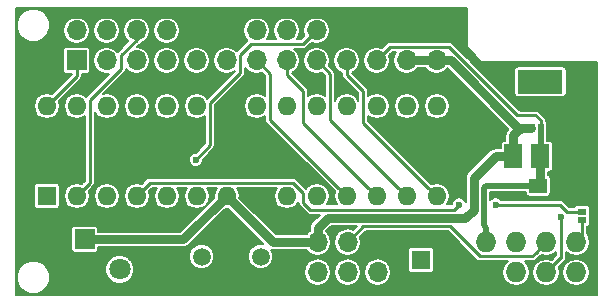
<source format=gbl>
G04 #@! TF.FileFunction,Copper,L2,Bot,Signal*
%FSLAX46Y46*%
G04 Gerber Fmt 4.6, Leading zero omitted, Abs format (unit mm)*
G04 Created by KiCad (PCBNEW 4.0.6) date 05/18/17 21:56:45*
%MOMM*%
%LPD*%
G01*
G04 APERTURE LIST*
%ADD10C,0.100000*%
%ADD11R,1.700000X1.700000*%
%ADD12O,1.700000X1.700000*%
%ADD13R,1.600000X1.600000*%
%ADD14O,1.600000X1.600000*%
%ADD15C,1.600000*%
%ADD16C,1.500000*%
%ADD17R,3.800000X2.000000*%
%ADD18R,1.500000X2.000000*%
%ADD19O,1.727200X1.727200*%
%ADD20R,1.727200X1.727200*%
%ADD21R,1.500000X1.250000*%
%ADD22R,1.800000X1.800000*%
%ADD23C,1.800000*%
%ADD24R,0.762000X0.508000*%
%ADD25R,0.508000X0.762000*%
%ADD26C,0.600000*%
%ADD27C,0.750000*%
%ADD28C,0.500000*%
%ADD29C,1.000000*%
%ADD30C,0.250000*%
%ADD31C,0.200000*%
G04 APERTURE END LIST*
D10*
D11*
X131000000Y-86200000D03*
D12*
X131000000Y-88740000D03*
X128460000Y-86200000D03*
X128460000Y-88740000D03*
X125920000Y-86200000D03*
X125920000Y-88740000D03*
D11*
X105520000Y-70800000D03*
D12*
X105520000Y-68260000D03*
X108060000Y-70800000D03*
X108060000Y-68260000D03*
X110600000Y-70800000D03*
X110600000Y-68260000D03*
X113140000Y-70800000D03*
X113140000Y-68260000D03*
X115680000Y-70800000D03*
X115680000Y-68260000D03*
X118220000Y-70800000D03*
X118220000Y-68260000D03*
X120760000Y-70800000D03*
X120760000Y-68260000D03*
X123300000Y-70800000D03*
X123300000Y-68260000D03*
X125840000Y-70800000D03*
X125840000Y-68260000D03*
X128380000Y-70800000D03*
X128380000Y-68260000D03*
X130920000Y-70800000D03*
X130920000Y-68260000D03*
X133460000Y-70800000D03*
X133460000Y-68260000D03*
X136000000Y-70800000D03*
X136000000Y-68260000D03*
D13*
X102980000Y-82296000D03*
D14*
X136000000Y-74676000D03*
X105520000Y-82296000D03*
X133460000Y-74676000D03*
X108060000Y-82296000D03*
X130920000Y-74676000D03*
X110600000Y-82296000D03*
X128380000Y-74676000D03*
X113140000Y-82296000D03*
X125840000Y-74676000D03*
X115680000Y-82296000D03*
X123300000Y-74676000D03*
X118220000Y-82296000D03*
X120760000Y-74676000D03*
X120760000Y-82296000D03*
X118220000Y-74676000D03*
X123300000Y-82296000D03*
X115680000Y-74676000D03*
X125840000Y-82296000D03*
X113140000Y-74676000D03*
X128380000Y-82296000D03*
X110600000Y-74676000D03*
X130920000Y-82296000D03*
X108060000Y-74676000D03*
X133460000Y-82296000D03*
X105520000Y-74676000D03*
X136000000Y-82296000D03*
X102980000Y-74676000D03*
D13*
X134700000Y-87700000D03*
D15*
X136700000Y-87700000D03*
D16*
X116100000Y-87400000D03*
X121100000Y-87400000D03*
D17*
X144800000Y-72600000D03*
D18*
X144800000Y-78900000D03*
X142500000Y-78900000D03*
X147100000Y-78900000D03*
D19*
X147840000Y-88740000D03*
X147840000Y-86200000D03*
X145300000Y-88740000D03*
X145300000Y-86200000D03*
X142760000Y-88740000D03*
X142760000Y-86200000D03*
D20*
X140220000Y-88740000D03*
D19*
X140220000Y-86200000D03*
D21*
X144600000Y-81400000D03*
X147100000Y-81400000D03*
D22*
X111700000Y-88500000D03*
D23*
X109160000Y-88500000D03*
D24*
X148300000Y-84311200D03*
X148300000Y-83600000D03*
D25*
X144100000Y-76500000D03*
X144811200Y-76500000D03*
D11*
X106200000Y-85960000D03*
D12*
X106200000Y-88500000D03*
D26*
X122300000Y-79200001D03*
X141000000Y-83000000D03*
X137900000Y-83000000D03*
X146549990Y-84049990D03*
X115600000Y-79200000D03*
D27*
X136000000Y-68260000D02*
X136684999Y-68260000D01*
X136684999Y-68260000D02*
X143124989Y-74699990D01*
X143124989Y-74699990D02*
X144686952Y-74699990D01*
X144686952Y-74699990D02*
X147100000Y-77113038D01*
X147100000Y-77113038D02*
X147100000Y-77150000D01*
X147100000Y-77150000D02*
X147100000Y-78900000D01*
X147100000Y-78900000D02*
X147100000Y-81400000D01*
D28*
X118220000Y-74676000D02*
X122300000Y-78756000D01*
X122300000Y-78756000D02*
X122300000Y-79200001D01*
D27*
X106200000Y-88500000D02*
X102104999Y-84404999D01*
X102104999Y-84404999D02*
X101604999Y-84404999D01*
X104835999Y-66834999D02*
X103700000Y-67970998D01*
X114254999Y-66834999D02*
X104835999Y-66834999D01*
X115680000Y-68260000D02*
X114254999Y-66834999D01*
X103700000Y-67970998D02*
X103700000Y-71900000D01*
X101604999Y-73995001D02*
X101604999Y-84404999D01*
X103700000Y-71900000D02*
X101604999Y-73995001D01*
X118220000Y-68260000D02*
X115680000Y-68260000D01*
X128380000Y-68260000D02*
X126954999Y-66834999D01*
X126954999Y-66834999D02*
X119645001Y-66834999D01*
X119645001Y-66834999D02*
X119069999Y-67410001D01*
X119069999Y-67410001D02*
X118220000Y-68260000D01*
X130920000Y-68260000D02*
X128380000Y-68260000D01*
X133460000Y-68260000D02*
X130920000Y-68260000D01*
X136000000Y-68260000D02*
X133460000Y-68260000D01*
X133200000Y-90165001D02*
X115015001Y-90165001D01*
X115015001Y-90165001D02*
X113350000Y-88500000D01*
X113350000Y-88500000D02*
X111700000Y-88500000D01*
X111700000Y-88500000D02*
X111343002Y-88500000D01*
X111343002Y-88500000D02*
X109868001Y-89975001D01*
X109868001Y-89975001D02*
X107675001Y-89975001D01*
X107675001Y-89975001D02*
X107049999Y-89349999D01*
X107049999Y-89349999D02*
X106200000Y-88500000D01*
X135366369Y-90165001D02*
X133200000Y-90165001D01*
X131000000Y-86200000D02*
X132600000Y-86200000D01*
X132600000Y-86200000D02*
X133200000Y-86800000D01*
X133200000Y-86800000D02*
X133200000Y-90165001D01*
X136700000Y-87700000D02*
X136700000Y-88831370D01*
X136700000Y-88831370D02*
X135366369Y-90165001D01*
X147100000Y-81400000D02*
X148600000Y-81400000D01*
X148600000Y-81400000D02*
X149278601Y-82078601D01*
X149278601Y-82078601D02*
X149278601Y-89430529D01*
X149278601Y-89430529D02*
X148530529Y-90178601D01*
X148530529Y-90178601D02*
X141658601Y-90178601D01*
X141658601Y-90178601D02*
X140220000Y-88740000D01*
D29*
X136700000Y-87700000D02*
X137740000Y-88740000D01*
X137740000Y-88740000D02*
X140220000Y-88740000D01*
D30*
X115680000Y-68260000D02*
X114879002Y-68260000D01*
X118220000Y-68260000D02*
X119020998Y-68260000D01*
X130920000Y-70800000D02*
X132020000Y-69700000D01*
X132095001Y-69624999D02*
X132020000Y-69700000D01*
X144811200Y-76500000D02*
X144811200Y-75869000D01*
X144811200Y-75869000D02*
X144342200Y-75400000D01*
X144342200Y-75400000D02*
X142792043Y-75400000D01*
X142792043Y-75400000D02*
X137017042Y-69624999D01*
X137017042Y-69624999D02*
X132095001Y-69624999D01*
D28*
X144811200Y-76500000D02*
X144811200Y-78888800D01*
X144811200Y-78888800D02*
X144800000Y-78900000D01*
X140220000Y-86200000D02*
X140220000Y-84978686D01*
X140220000Y-84978686D02*
X139975010Y-84733696D01*
X139975010Y-84733696D02*
X139975010Y-81600000D01*
X139975010Y-81600000D02*
X140175010Y-81400000D01*
X140175010Y-81400000D02*
X144600000Y-81400000D01*
D27*
X144800000Y-78900000D02*
X144800000Y-81200000D01*
X144800000Y-81200000D02*
X144600000Y-81400000D01*
X144800000Y-78900000D02*
X144932201Y-78767799D01*
D30*
X144800000Y-76511200D02*
X144811200Y-76500000D01*
X144600000Y-81820000D02*
X144600000Y-81400000D01*
D27*
X136000000Y-70800000D02*
X137202081Y-70800000D01*
X137202081Y-70800000D02*
X142902081Y-76500000D01*
X142902081Y-76500000D02*
X143150000Y-76500000D01*
X133460000Y-70800000D02*
X136000000Y-70800000D01*
X142500000Y-78900000D02*
X142500000Y-77150000D01*
X142500000Y-77150000D02*
X143150000Y-76500000D01*
X143150000Y-76500000D02*
X143978999Y-76500000D01*
X138450000Y-84150000D02*
X139150000Y-83450000D01*
X139150000Y-83450000D02*
X139150000Y-80750000D01*
X139150000Y-80750000D02*
X141000000Y-78900000D01*
X141000000Y-78900000D02*
X142500000Y-78900000D01*
X125920000Y-86200000D02*
X125920000Y-84997919D01*
X125920000Y-84997919D02*
X126767919Y-84150000D01*
X126767919Y-84150000D02*
X138450000Y-84150000D01*
X125920000Y-86200000D02*
X122124000Y-86200000D01*
X122124000Y-86200000D02*
X118220000Y-82296000D01*
X118220000Y-82296000D02*
X114556000Y-85960000D01*
X114556000Y-85960000D02*
X106200000Y-85960000D01*
D30*
X144100000Y-76373000D02*
X144100000Y-76500000D01*
X125680000Y-85960000D02*
X125920000Y-86200000D01*
X146425002Y-83000000D02*
X141000000Y-83000000D01*
X148300000Y-83600000D02*
X147025002Y-83600000D01*
X147025002Y-83600000D02*
X146425002Y-83000000D01*
X137478999Y-83421001D02*
X137900000Y-83000000D01*
X110600000Y-82296000D02*
X111725001Y-81170999D01*
X111725001Y-81170999D02*
X123840001Y-81170999D01*
X123840001Y-81170999D02*
X124714999Y-82045997D01*
X124714999Y-82836001D02*
X125299999Y-83421001D01*
X124714999Y-82045997D02*
X124714999Y-82836001D01*
X125299999Y-83421001D02*
X137478999Y-83421001D01*
X148300000Y-83600000D02*
X148173000Y-83600000D01*
X109300000Y-71500000D02*
X106645001Y-74154999D01*
X106645001Y-74154999D02*
X106645001Y-81170999D01*
X106319999Y-81496001D02*
X105520000Y-82296000D01*
X106645001Y-81170999D02*
X106319999Y-81496001D01*
X109300000Y-70360998D02*
X109300000Y-71500000D01*
X110600000Y-68260000D02*
X110600000Y-69060998D01*
X110600000Y-69060998D02*
X109300000Y-70360998D01*
X146549990Y-84049990D02*
X146549990Y-87490010D01*
X146549990Y-87490010D02*
X146488601Y-87551399D01*
X145300000Y-88740000D02*
X146488601Y-87551399D01*
X128460000Y-86200000D02*
X129809990Y-84850010D01*
X129809990Y-84850010D02*
X137110880Y-84850010D01*
X137110880Y-84850010D02*
X139649471Y-87388601D01*
X139649471Y-87388601D02*
X144111399Y-87388601D01*
X144111399Y-87388601D02*
X144436401Y-87063599D01*
X144436401Y-87063599D02*
X145300000Y-86200000D01*
D27*
X109160000Y-88500000D02*
X109260000Y-88600000D01*
D30*
X120760000Y-70800000D02*
X121885001Y-71925001D01*
X121885001Y-71925001D02*
X121885001Y-75801001D01*
X121885001Y-75801001D02*
X127580001Y-81496001D01*
X127580001Y-81496001D02*
X128380000Y-82296000D01*
X147840000Y-86200000D02*
X147840000Y-86360000D01*
X148300000Y-84311200D02*
X148300000Y-85740000D01*
X148300000Y-85740000D02*
X147840000Y-86200000D01*
X116805001Y-76394999D02*
X116805001Y-77994999D01*
X116805001Y-77994999D02*
X115600000Y-79200000D01*
X125840000Y-68260000D02*
X124664999Y-69435001D01*
X124664999Y-69435001D02*
X120264999Y-69435001D01*
X120264999Y-69435001D02*
X119395001Y-70304999D01*
X119395001Y-70304999D02*
X119395001Y-71835997D01*
X119395001Y-71835997D02*
X116805001Y-74425997D01*
X116805001Y-74425997D02*
X116805001Y-76394999D01*
X123300000Y-70800000D02*
X123300000Y-72002081D01*
X123300000Y-72002081D02*
X124714999Y-73417080D01*
X124714999Y-73417080D02*
X124714999Y-76090999D01*
X124714999Y-76090999D02*
X130120001Y-81496001D01*
X130120001Y-81496001D02*
X130920000Y-82296000D01*
X125840000Y-70800000D02*
X126965001Y-71925001D01*
X132660001Y-81496001D02*
X133460000Y-82296000D01*
X126965001Y-75801001D02*
X132660001Y-81496001D01*
X126965001Y-71925001D02*
X126965001Y-75801001D01*
X102980000Y-74676000D02*
X105520000Y-72136000D01*
X105520000Y-72136000D02*
X105520000Y-70800000D01*
X128380000Y-70800000D02*
X128380000Y-72002081D01*
X128380000Y-72002081D02*
X129794999Y-73417080D01*
X129794999Y-73417080D02*
X129794999Y-76090999D01*
X129794999Y-76090999D02*
X135200001Y-81496001D01*
X135200001Y-81496001D02*
X136000000Y-82296000D01*
D31*
G36*
X138600000Y-70606917D02*
X137317562Y-69324479D01*
X137179683Y-69232350D01*
X137152699Y-69226983D01*
X137017042Y-69199999D01*
X132095001Y-69199999D01*
X131932361Y-69232350D01*
X131932359Y-69232351D01*
X131932360Y-69232351D01*
X131794480Y-69324479D01*
X131719480Y-69399480D01*
X131386381Y-69732579D01*
X131360086Y-69715009D01*
X130920000Y-69627470D01*
X130479914Y-69715009D01*
X130106827Y-69964297D01*
X129857539Y-70337384D01*
X129770000Y-70777470D01*
X129770000Y-70822530D01*
X129857539Y-71262616D01*
X130106827Y-71635703D01*
X130479914Y-71884991D01*
X130920000Y-71972530D01*
X131360086Y-71884991D01*
X131733173Y-71635703D01*
X131982461Y-71262616D01*
X132070000Y-70822530D01*
X132070000Y-70777470D01*
X131982659Y-70338381D01*
X132271041Y-70049999D01*
X132589563Y-70049999D01*
X132397539Y-70337384D01*
X132310000Y-70777470D01*
X132310000Y-70822530D01*
X132397539Y-71262616D01*
X132646827Y-71635703D01*
X133019914Y-71884991D01*
X133460000Y-71972530D01*
X133900086Y-71884991D01*
X134273173Y-71635703D01*
X134380551Y-71475000D01*
X135079449Y-71475000D01*
X135186827Y-71635703D01*
X135559914Y-71884991D01*
X136000000Y-71972530D01*
X136440086Y-71884991D01*
X136813173Y-71635703D01*
X136920551Y-71475000D01*
X136922487Y-71475000D01*
X142071447Y-76623960D01*
X142022703Y-76672703D01*
X141876381Y-76891688D01*
X141856158Y-76993359D01*
X141825000Y-77150000D01*
X141825000Y-77594123D01*
X141750000Y-77594123D01*
X141638827Y-77615042D01*
X141536721Y-77680745D01*
X141468222Y-77780997D01*
X141444123Y-77900000D01*
X141444123Y-78225000D01*
X141000000Y-78225000D01*
X140741688Y-78276381D01*
X140522703Y-78422703D01*
X138672703Y-80272703D01*
X138526381Y-80491688D01*
X138512451Y-80561721D01*
X138475000Y-80750000D01*
X138475000Y-82820420D01*
X138408952Y-82660571D01*
X138240317Y-82491641D01*
X138019871Y-82400104D01*
X137781176Y-82399896D01*
X137560571Y-82491048D01*
X137391641Y-82659683D01*
X137300104Y-82880129D01*
X137300003Y-82996001D01*
X136844211Y-82996001D01*
X137016267Y-82738502D01*
X137100000Y-82317550D01*
X137100000Y-82274450D01*
X137016267Y-81853498D01*
X136777817Y-81496633D01*
X136420952Y-81258183D01*
X136000000Y-81174450D01*
X135579048Y-81258183D01*
X135569562Y-81264522D01*
X130219999Y-75914959D01*
X130219999Y-75527362D01*
X130499048Y-75713817D01*
X130920000Y-75797550D01*
X131340952Y-75713817D01*
X131697817Y-75475367D01*
X131936267Y-75118502D01*
X132020000Y-74697550D01*
X132020000Y-74654450D01*
X132360000Y-74654450D01*
X132360000Y-74697550D01*
X132443733Y-75118502D01*
X132682183Y-75475367D01*
X133039048Y-75713817D01*
X133460000Y-75797550D01*
X133880952Y-75713817D01*
X134237817Y-75475367D01*
X134476267Y-75118502D01*
X134560000Y-74697550D01*
X134560000Y-74654450D01*
X134900000Y-74654450D01*
X134900000Y-74697550D01*
X134983733Y-75118502D01*
X135222183Y-75475367D01*
X135579048Y-75713817D01*
X136000000Y-75797550D01*
X136420952Y-75713817D01*
X136777817Y-75475367D01*
X137016267Y-75118502D01*
X137100000Y-74697550D01*
X137100000Y-74654450D01*
X137016267Y-74233498D01*
X136777817Y-73876633D01*
X136420952Y-73638183D01*
X136000000Y-73554450D01*
X135579048Y-73638183D01*
X135222183Y-73876633D01*
X134983733Y-74233498D01*
X134900000Y-74654450D01*
X134560000Y-74654450D01*
X134476267Y-74233498D01*
X134237817Y-73876633D01*
X133880952Y-73638183D01*
X133460000Y-73554450D01*
X133039048Y-73638183D01*
X132682183Y-73876633D01*
X132443733Y-74233498D01*
X132360000Y-74654450D01*
X132020000Y-74654450D01*
X131936267Y-74233498D01*
X131697817Y-73876633D01*
X131340952Y-73638183D01*
X130920000Y-73554450D01*
X130499048Y-73638183D01*
X130219999Y-73824638D01*
X130219999Y-73417080D01*
X130187648Y-73254440D01*
X130187648Y-73254439D01*
X130095520Y-73116560D01*
X128846381Y-71867422D01*
X129193173Y-71635703D01*
X129442461Y-71262616D01*
X129530000Y-70822530D01*
X129530000Y-70777470D01*
X129442461Y-70337384D01*
X129193173Y-69964297D01*
X128820086Y-69715009D01*
X128380000Y-69627470D01*
X127939914Y-69715009D01*
X127566827Y-69964297D01*
X127317539Y-70337384D01*
X127230000Y-70777470D01*
X127230000Y-70822530D01*
X127317539Y-71262616D01*
X127566827Y-71635703D01*
X127939914Y-71884991D01*
X127955000Y-71887992D01*
X127955000Y-72002081D01*
X127972019Y-72087642D01*
X127987351Y-72164722D01*
X128079480Y-72302601D01*
X129369999Y-73593121D01*
X129369999Y-74194185D01*
X129157817Y-73876633D01*
X128800952Y-73638183D01*
X128380000Y-73554450D01*
X127959048Y-73638183D01*
X127602183Y-73876633D01*
X127390001Y-74194185D01*
X127390001Y-71925001D01*
X127382043Y-71884991D01*
X127357650Y-71762360D01*
X127265522Y-71624481D01*
X126902659Y-71261619D01*
X126990000Y-70822530D01*
X126990000Y-70777470D01*
X126902461Y-70337384D01*
X126653173Y-69964297D01*
X126280086Y-69715009D01*
X125840000Y-69627470D01*
X125399914Y-69715009D01*
X125026827Y-69964297D01*
X124777539Y-70337384D01*
X124690000Y-70777470D01*
X124690000Y-70822530D01*
X124777539Y-71262616D01*
X125026827Y-71635703D01*
X125399914Y-71884991D01*
X125840000Y-71972530D01*
X126280086Y-71884991D01*
X126306381Y-71867421D01*
X126540001Y-72101042D01*
X126540001Y-73824638D01*
X126260952Y-73638183D01*
X125840000Y-73554450D01*
X125419048Y-73638183D01*
X125139999Y-73824638D01*
X125139999Y-73417080D01*
X125107648Y-73254440D01*
X125107648Y-73254439D01*
X125015520Y-73116560D01*
X123766381Y-71867422D01*
X124113173Y-71635703D01*
X124362461Y-71262616D01*
X124450000Y-70822530D01*
X124450000Y-70777470D01*
X124362461Y-70337384D01*
X124113173Y-69964297D01*
X123957083Y-69860001D01*
X124664999Y-69860001D01*
X124800656Y-69833017D01*
X124827640Y-69827650D01*
X124965519Y-69735521D01*
X125373619Y-69327421D01*
X125399914Y-69344991D01*
X125840000Y-69432530D01*
X126280086Y-69344991D01*
X126653173Y-69095703D01*
X126902461Y-68722616D01*
X126990000Y-68282530D01*
X126990000Y-68237470D01*
X126902461Y-67797384D01*
X126653173Y-67424297D01*
X126280086Y-67175009D01*
X125840000Y-67087470D01*
X125399914Y-67175009D01*
X125026827Y-67424297D01*
X124777539Y-67797384D01*
X124690000Y-68237470D01*
X124690000Y-68282530D01*
X124777341Y-68721619D01*
X124488959Y-69010001D01*
X124170437Y-69010001D01*
X124362461Y-68722616D01*
X124450000Y-68282530D01*
X124450000Y-68237470D01*
X124362461Y-67797384D01*
X124113173Y-67424297D01*
X123740086Y-67175009D01*
X123300000Y-67087470D01*
X122859914Y-67175009D01*
X122486827Y-67424297D01*
X122237539Y-67797384D01*
X122150000Y-68237470D01*
X122150000Y-68282530D01*
X122237539Y-68722616D01*
X122429563Y-69010001D01*
X121630437Y-69010001D01*
X121822461Y-68722616D01*
X121910000Y-68282530D01*
X121910000Y-68237470D01*
X121822461Y-67797384D01*
X121573173Y-67424297D01*
X121200086Y-67175009D01*
X120760000Y-67087470D01*
X120319914Y-67175009D01*
X119946827Y-67424297D01*
X119697539Y-67797384D01*
X119610000Y-68237470D01*
X119610000Y-68282530D01*
X119697539Y-68722616D01*
X119946827Y-69095703D01*
X119984671Y-69120989D01*
X119964479Y-69134481D01*
X119094481Y-70004479D01*
X119077251Y-70030265D01*
X119033173Y-69964297D01*
X118660086Y-69715009D01*
X118220000Y-69627470D01*
X117779914Y-69715009D01*
X117406827Y-69964297D01*
X117157539Y-70337384D01*
X117070000Y-70777470D01*
X117070000Y-70822530D01*
X117157539Y-71262616D01*
X117406827Y-71635703D01*
X117779914Y-71884991D01*
X118220000Y-71972530D01*
X118660086Y-71884991D01*
X118915888Y-71714070D01*
X116576181Y-74053777D01*
X116457817Y-73876633D01*
X116100952Y-73638183D01*
X115680000Y-73554450D01*
X115259048Y-73638183D01*
X114902183Y-73876633D01*
X114663733Y-74233498D01*
X114580000Y-74654450D01*
X114580000Y-74697550D01*
X114663733Y-75118502D01*
X114902183Y-75475367D01*
X115259048Y-75713817D01*
X115680000Y-75797550D01*
X116100952Y-75713817D01*
X116380001Y-75527362D01*
X116380001Y-77818958D01*
X115598961Y-78599999D01*
X115481176Y-78599896D01*
X115260571Y-78691048D01*
X115091641Y-78859683D01*
X115000104Y-79080129D01*
X114999896Y-79318824D01*
X115091048Y-79539429D01*
X115259683Y-79708359D01*
X115480129Y-79799896D01*
X115718824Y-79800104D01*
X115939429Y-79708952D01*
X116108359Y-79540317D01*
X116199896Y-79319871D01*
X116200000Y-79201041D01*
X117105522Y-78295519D01*
X117197650Y-78157640D01*
X117230001Y-77994999D01*
X117230001Y-74602037D01*
X119695521Y-72136517D01*
X119787650Y-71998638D01*
X119808732Y-71892649D01*
X119820001Y-71835997D01*
X119820001Y-71445894D01*
X119946827Y-71635703D01*
X120319914Y-71884991D01*
X120760000Y-71972530D01*
X121200086Y-71884991D01*
X121226381Y-71867421D01*
X121460001Y-72101042D01*
X121460001Y-73824638D01*
X121180952Y-73638183D01*
X120760000Y-73554450D01*
X120339048Y-73638183D01*
X119982183Y-73876633D01*
X119743733Y-74233498D01*
X119660000Y-74654450D01*
X119660000Y-74697550D01*
X119743733Y-75118502D01*
X119982183Y-75475367D01*
X120339048Y-75713817D01*
X120760000Y-75797550D01*
X121180952Y-75713817D01*
X121460001Y-75527362D01*
X121460001Y-75801001D01*
X121473527Y-75869000D01*
X121492352Y-75963642D01*
X121584481Y-76101521D01*
X127279480Y-81796521D01*
X127279483Y-81796523D01*
X127359208Y-81876248D01*
X127280000Y-82274450D01*
X127280000Y-82317550D01*
X127363733Y-82738502D01*
X127535789Y-82996001D01*
X126684211Y-82996001D01*
X126856267Y-82738502D01*
X126940000Y-82317550D01*
X126940000Y-82274450D01*
X126856267Y-81853498D01*
X126617817Y-81496633D01*
X126260952Y-81258183D01*
X125840000Y-81174450D01*
X125419048Y-81258183D01*
X125062183Y-81496633D01*
X124943819Y-81673777D01*
X124140521Y-80870479D01*
X124002642Y-80778350D01*
X123975658Y-80772983D01*
X123840001Y-80745999D01*
X111725001Y-80745999D01*
X111562360Y-80778350D01*
X111424481Y-80870478D01*
X111030438Y-81264521D01*
X111020952Y-81258183D01*
X110600000Y-81174450D01*
X110179048Y-81258183D01*
X109822183Y-81496633D01*
X109583733Y-81853498D01*
X109500000Y-82274450D01*
X109500000Y-82317550D01*
X109583733Y-82738502D01*
X109822183Y-83095367D01*
X110179048Y-83333817D01*
X110600000Y-83417550D01*
X111020952Y-83333817D01*
X111377817Y-83095367D01*
X111616267Y-82738502D01*
X111700000Y-82317550D01*
X111700000Y-82274450D01*
X111620792Y-81876248D01*
X111901042Y-81595999D01*
X112295789Y-81595999D01*
X112123733Y-81853498D01*
X112040000Y-82274450D01*
X112040000Y-82317550D01*
X112123733Y-82738502D01*
X112362183Y-83095367D01*
X112719048Y-83333817D01*
X113140000Y-83417550D01*
X113560952Y-83333817D01*
X113917817Y-83095367D01*
X114156267Y-82738502D01*
X114240000Y-82317550D01*
X114240000Y-82274450D01*
X114156267Y-81853498D01*
X113984211Y-81595999D01*
X114835789Y-81595999D01*
X114663733Y-81853498D01*
X114580000Y-82274450D01*
X114580000Y-82317550D01*
X114663733Y-82738502D01*
X114902183Y-83095367D01*
X115259048Y-83333817D01*
X115680000Y-83417550D01*
X116100952Y-83333817D01*
X116457817Y-83095367D01*
X116696267Y-82738502D01*
X116780000Y-82317550D01*
X116780000Y-82274450D01*
X116696267Y-81853498D01*
X116524211Y-81595999D01*
X117375789Y-81595999D01*
X117203733Y-81853498D01*
X117120000Y-82274450D01*
X117120000Y-82317550D01*
X117140549Y-82420857D01*
X114276406Y-85285000D01*
X107355877Y-85285000D01*
X107355877Y-85110000D01*
X107334958Y-84998827D01*
X107269255Y-84896721D01*
X107169003Y-84828222D01*
X107050000Y-84804123D01*
X105350000Y-84804123D01*
X105238827Y-84825042D01*
X105136721Y-84890745D01*
X105068222Y-84990997D01*
X105044123Y-85110000D01*
X105044123Y-86810000D01*
X105065042Y-86921173D01*
X105130745Y-87023279D01*
X105230997Y-87091778D01*
X105350000Y-87115877D01*
X107050000Y-87115877D01*
X107161173Y-87094958D01*
X107263279Y-87029255D01*
X107331778Y-86929003D01*
X107355877Y-86810000D01*
X107355877Y-86635000D01*
X114556000Y-86635000D01*
X114814312Y-86583619D01*
X115033297Y-86437297D01*
X118080744Y-83389850D01*
X118220000Y-83417550D01*
X118359256Y-83389850D01*
X121326557Y-86357151D01*
X121309774Y-86350182D01*
X120892058Y-86349818D01*
X120506000Y-86509334D01*
X120210372Y-86804446D01*
X120050182Y-87190226D01*
X120049818Y-87607942D01*
X120209334Y-87994000D01*
X120504446Y-88289628D01*
X120890226Y-88449818D01*
X121307942Y-88450182D01*
X121694000Y-88290666D01*
X121989628Y-87995554D01*
X122149818Y-87609774D01*
X122150182Y-87192058D01*
X122009789Y-86852282D01*
X122124000Y-86875000D01*
X124999449Y-86875000D01*
X125106827Y-87035703D01*
X125479914Y-87284991D01*
X125920000Y-87372530D01*
X126360086Y-87284991D01*
X126733173Y-87035703D01*
X126982461Y-86662616D01*
X127070000Y-86222530D01*
X127070000Y-86177470D01*
X126982461Y-85737384D01*
X126733173Y-85364297D01*
X126598321Y-85274192D01*
X127047513Y-84825000D01*
X129233959Y-84825000D01*
X128926381Y-85132579D01*
X128900086Y-85115009D01*
X128460000Y-85027470D01*
X128019914Y-85115009D01*
X127646827Y-85364297D01*
X127397539Y-85737384D01*
X127310000Y-86177470D01*
X127310000Y-86222530D01*
X127397539Y-86662616D01*
X127646827Y-87035703D01*
X128019914Y-87284991D01*
X128460000Y-87372530D01*
X128900086Y-87284991D01*
X129273173Y-87035703D01*
X129363846Y-86900000D01*
X133594123Y-86900000D01*
X133594123Y-88500000D01*
X133615042Y-88611173D01*
X133680745Y-88713279D01*
X133780997Y-88781778D01*
X133900000Y-88805877D01*
X135500000Y-88805877D01*
X135611173Y-88784958D01*
X135713279Y-88719255D01*
X135781778Y-88619003D01*
X135805877Y-88500000D01*
X135805877Y-86900000D01*
X135784958Y-86788827D01*
X135719255Y-86686721D01*
X135619003Y-86618222D01*
X135500000Y-86594123D01*
X133900000Y-86594123D01*
X133788827Y-86615042D01*
X133686721Y-86680745D01*
X133618222Y-86780997D01*
X133594123Y-86900000D01*
X129363846Y-86900000D01*
X129522461Y-86662616D01*
X129610000Y-86222530D01*
X129610000Y-86177470D01*
X129522659Y-85738381D01*
X129986031Y-85275010D01*
X136934840Y-85275010D01*
X139348951Y-87689122D01*
X139486830Y-87781250D01*
X139649471Y-87813601D01*
X142069478Y-87813601D01*
X141914415Y-87917211D01*
X141662178Y-88294710D01*
X141573604Y-88740000D01*
X141662178Y-89185290D01*
X141914415Y-89562789D01*
X142291914Y-89815026D01*
X142737204Y-89903600D01*
X142782796Y-89903600D01*
X143228086Y-89815026D01*
X143605585Y-89562789D01*
X143857822Y-89185290D01*
X143946396Y-88740000D01*
X143857822Y-88294710D01*
X143605585Y-87917211D01*
X143450522Y-87813601D01*
X144111399Y-87813601D01*
X144247056Y-87786617D01*
X144274040Y-87781250D01*
X144411919Y-87689121D01*
X144736921Y-87364120D01*
X144736923Y-87364117D01*
X144828377Y-87272663D01*
X144831914Y-87275026D01*
X145277204Y-87363600D01*
X145322796Y-87363600D01*
X145768086Y-87275026D01*
X146124990Y-87036550D01*
X146124990Y-87313969D01*
X145771622Y-87667337D01*
X145768086Y-87664974D01*
X145322796Y-87576400D01*
X145277204Y-87576400D01*
X144831914Y-87664974D01*
X144454415Y-87917211D01*
X144202178Y-88294710D01*
X144113604Y-88740000D01*
X144202178Y-89185290D01*
X144454415Y-89562789D01*
X144831914Y-89815026D01*
X145277204Y-89903600D01*
X145322796Y-89903600D01*
X145768086Y-89815026D01*
X146145585Y-89562789D01*
X146397822Y-89185290D01*
X146486396Y-88740000D01*
X146653604Y-88740000D01*
X146742178Y-89185290D01*
X146994415Y-89562789D01*
X147371914Y-89815026D01*
X147817204Y-89903600D01*
X147862796Y-89903600D01*
X148308086Y-89815026D01*
X148685585Y-89562789D01*
X148937822Y-89185290D01*
X149026396Y-88740000D01*
X148937822Y-88294710D01*
X148685585Y-87917211D01*
X148308086Y-87664974D01*
X147862796Y-87576400D01*
X147817204Y-87576400D01*
X147371914Y-87664974D01*
X146994415Y-87917211D01*
X146742178Y-88294710D01*
X146653604Y-88740000D01*
X146486396Y-88740000D01*
X146397822Y-88294710D01*
X146377197Y-88263843D01*
X146789122Y-87851919D01*
X146789124Y-87851916D01*
X146850510Y-87790530D01*
X146942639Y-87652651D01*
X146948006Y-87625667D01*
X146974990Y-87490010D01*
X146974990Y-86993717D01*
X146994415Y-87022789D01*
X147371914Y-87275026D01*
X147817204Y-87363600D01*
X147862796Y-87363600D01*
X148308086Y-87275026D01*
X148685585Y-87022789D01*
X148937822Y-86645290D01*
X149026396Y-86200000D01*
X148937822Y-85754710D01*
X148725000Y-85436200D01*
X148725000Y-84866061D01*
X148793359Y-84853198D01*
X148896554Y-84786794D01*
X148965784Y-84685473D01*
X148990140Y-84565200D01*
X148990140Y-84057200D01*
X148970321Y-83951870D01*
X148990140Y-83854000D01*
X148990140Y-83346000D01*
X148968998Y-83233641D01*
X148902594Y-83130446D01*
X148801273Y-83061216D01*
X148681000Y-83036860D01*
X147919000Y-83036860D01*
X147806641Y-83058002D01*
X147703446Y-83124406D01*
X147668876Y-83175000D01*
X147201042Y-83175000D01*
X146725522Y-82699480D01*
X146587643Y-82607351D01*
X146560659Y-82601984D01*
X146425002Y-82575000D01*
X141423530Y-82575000D01*
X141340317Y-82491641D01*
X141119871Y-82400104D01*
X140881176Y-82399896D01*
X140660571Y-82491048D01*
X140525010Y-82626372D01*
X140525010Y-81950000D01*
X143544123Y-81950000D01*
X143544123Y-82025000D01*
X143565042Y-82136173D01*
X143630745Y-82238279D01*
X143730997Y-82306778D01*
X143850000Y-82330877D01*
X145350000Y-82330877D01*
X145461173Y-82309958D01*
X145563279Y-82244255D01*
X145631778Y-82144003D01*
X145655877Y-82025000D01*
X145655877Y-80775000D01*
X145634958Y-80663827D01*
X145569255Y-80561721D01*
X145475000Y-80497320D01*
X145475000Y-80205877D01*
X145550000Y-80205877D01*
X145661173Y-80184958D01*
X145763279Y-80119255D01*
X145831778Y-80019003D01*
X145855877Y-79900000D01*
X145855877Y-77900000D01*
X145834958Y-77788827D01*
X145769255Y-77686721D01*
X145669003Y-77618222D01*
X145550000Y-77594123D01*
X145361200Y-77594123D01*
X145361200Y-76945887D01*
X145374340Y-76881000D01*
X145374340Y-76119000D01*
X145353198Y-76006641D01*
X145286794Y-75903446D01*
X145236172Y-75868857D01*
X145203849Y-75706360D01*
X145203849Y-75706359D01*
X145111720Y-75568480D01*
X144642720Y-75099480D01*
X144504841Y-75007351D01*
X144477857Y-75001984D01*
X144342200Y-74975000D01*
X142968084Y-74975000D01*
X139593084Y-71600000D01*
X142594123Y-71600000D01*
X142594123Y-73600000D01*
X142615042Y-73711173D01*
X142680745Y-73813279D01*
X142780997Y-73881778D01*
X142900000Y-73905877D01*
X146700000Y-73905877D01*
X146811173Y-73884958D01*
X146913279Y-73819255D01*
X146981778Y-73719003D01*
X147005877Y-73600000D01*
X147005877Y-71600000D01*
X146984958Y-71488827D01*
X146919255Y-71386721D01*
X146819003Y-71318222D01*
X146700000Y-71294123D01*
X142900000Y-71294123D01*
X142788827Y-71315042D01*
X142686721Y-71380745D01*
X142618222Y-71480997D01*
X142594123Y-71600000D01*
X139593084Y-71600000D01*
X138893083Y-70900000D01*
X149625000Y-70900000D01*
X149625000Y-90625000D01*
X100375000Y-90625000D01*
X100375000Y-89431256D01*
X100453757Y-89431256D01*
X100666445Y-89946000D01*
X101059928Y-90340170D01*
X101574301Y-90553757D01*
X102131256Y-90554243D01*
X102646000Y-90341555D01*
X103040170Y-89948072D01*
X103253757Y-89433699D01*
X103254243Y-88876744D01*
X103196770Y-88737647D01*
X107959793Y-88737647D01*
X108142097Y-89178857D01*
X108479367Y-89516717D01*
X108920258Y-89699791D01*
X109397647Y-89700207D01*
X109838857Y-89517903D01*
X110176717Y-89180633D01*
X110359791Y-88739742D01*
X110359810Y-88717470D01*
X124770000Y-88717470D01*
X124770000Y-88762530D01*
X124857539Y-89202616D01*
X125106827Y-89575703D01*
X125479914Y-89824991D01*
X125920000Y-89912530D01*
X126360086Y-89824991D01*
X126733173Y-89575703D01*
X126982461Y-89202616D01*
X127070000Y-88762530D01*
X127070000Y-88717470D01*
X127310000Y-88717470D01*
X127310000Y-88762530D01*
X127397539Y-89202616D01*
X127646827Y-89575703D01*
X128019914Y-89824991D01*
X128460000Y-89912530D01*
X128900086Y-89824991D01*
X129273173Y-89575703D01*
X129522461Y-89202616D01*
X129610000Y-88762530D01*
X129610000Y-88717470D01*
X129850000Y-88717470D01*
X129850000Y-88762530D01*
X129937539Y-89202616D01*
X130186827Y-89575703D01*
X130559914Y-89824991D01*
X131000000Y-89912530D01*
X131440086Y-89824991D01*
X131813173Y-89575703D01*
X132062461Y-89202616D01*
X132150000Y-88762530D01*
X132150000Y-88717470D01*
X132062461Y-88277384D01*
X131813173Y-87904297D01*
X131440086Y-87655009D01*
X131000000Y-87567470D01*
X130559914Y-87655009D01*
X130186827Y-87904297D01*
X129937539Y-88277384D01*
X129850000Y-88717470D01*
X129610000Y-88717470D01*
X129522461Y-88277384D01*
X129273173Y-87904297D01*
X128900086Y-87655009D01*
X128460000Y-87567470D01*
X128019914Y-87655009D01*
X127646827Y-87904297D01*
X127397539Y-88277384D01*
X127310000Y-88717470D01*
X127070000Y-88717470D01*
X126982461Y-88277384D01*
X126733173Y-87904297D01*
X126360086Y-87655009D01*
X125920000Y-87567470D01*
X125479914Y-87655009D01*
X125106827Y-87904297D01*
X124857539Y-88277384D01*
X124770000Y-88717470D01*
X110359810Y-88717470D01*
X110360207Y-88262353D01*
X110177903Y-87821143D01*
X109965075Y-87607942D01*
X115049818Y-87607942D01*
X115209334Y-87994000D01*
X115504446Y-88289628D01*
X115890226Y-88449818D01*
X116307942Y-88450182D01*
X116694000Y-88290666D01*
X116989628Y-87995554D01*
X117149818Y-87609774D01*
X117150182Y-87192058D01*
X116990666Y-86806000D01*
X116695554Y-86510372D01*
X116309774Y-86350182D01*
X115892058Y-86349818D01*
X115506000Y-86509334D01*
X115210372Y-86804446D01*
X115050182Y-87190226D01*
X115049818Y-87607942D01*
X109965075Y-87607942D01*
X109840633Y-87483283D01*
X109399742Y-87300209D01*
X108922353Y-87299793D01*
X108481143Y-87482097D01*
X108143283Y-87819367D01*
X107960209Y-88260258D01*
X107959793Y-88737647D01*
X103196770Y-88737647D01*
X103041555Y-88362000D01*
X102648072Y-87967830D01*
X102133699Y-87754243D01*
X101576744Y-87753757D01*
X101062000Y-87966445D01*
X100667830Y-88359928D01*
X100454243Y-88874301D01*
X100453757Y-89431256D01*
X100375000Y-89431256D01*
X100375000Y-81496000D01*
X101874123Y-81496000D01*
X101874123Y-83096000D01*
X101895042Y-83207173D01*
X101960745Y-83309279D01*
X102060997Y-83377778D01*
X102180000Y-83401877D01*
X103780000Y-83401877D01*
X103891173Y-83380958D01*
X103993279Y-83315255D01*
X104061778Y-83215003D01*
X104085877Y-83096000D01*
X104085877Y-81496000D01*
X104064958Y-81384827D01*
X103999255Y-81282721D01*
X103899003Y-81214222D01*
X103780000Y-81190123D01*
X102180000Y-81190123D01*
X102068827Y-81211042D01*
X101966721Y-81276745D01*
X101898222Y-81376997D01*
X101874123Y-81496000D01*
X100375000Y-81496000D01*
X100375000Y-74654450D01*
X101880000Y-74654450D01*
X101880000Y-74697550D01*
X101963733Y-75118502D01*
X102202183Y-75475367D01*
X102559048Y-75713817D01*
X102980000Y-75797550D01*
X103400952Y-75713817D01*
X103757817Y-75475367D01*
X103996267Y-75118502D01*
X104080000Y-74697550D01*
X104080000Y-74654450D01*
X104420000Y-74654450D01*
X104420000Y-74697550D01*
X104503733Y-75118502D01*
X104742183Y-75475367D01*
X105099048Y-75713817D01*
X105520000Y-75797550D01*
X105940952Y-75713817D01*
X106220001Y-75527362D01*
X106220001Y-80994958D01*
X106019481Y-81195479D01*
X106019478Y-81195481D01*
X105950438Y-81264521D01*
X105940952Y-81258183D01*
X105520000Y-81174450D01*
X105099048Y-81258183D01*
X104742183Y-81496633D01*
X104503733Y-81853498D01*
X104420000Y-82274450D01*
X104420000Y-82317550D01*
X104503733Y-82738502D01*
X104742183Y-83095367D01*
X105099048Y-83333817D01*
X105520000Y-83417550D01*
X105940952Y-83333817D01*
X106297817Y-83095367D01*
X106536267Y-82738502D01*
X106620000Y-82317550D01*
X106620000Y-82274450D01*
X106960000Y-82274450D01*
X106960000Y-82317550D01*
X107043733Y-82738502D01*
X107282183Y-83095367D01*
X107639048Y-83333817D01*
X108060000Y-83417550D01*
X108480952Y-83333817D01*
X108837817Y-83095367D01*
X109076267Y-82738502D01*
X109160000Y-82317550D01*
X109160000Y-82274450D01*
X109076267Y-81853498D01*
X108837817Y-81496633D01*
X108480952Y-81258183D01*
X108060000Y-81174450D01*
X107639048Y-81258183D01*
X107282183Y-81496633D01*
X107043733Y-81853498D01*
X106960000Y-82274450D01*
X106620000Y-82274450D01*
X106540792Y-81876249D01*
X106620519Y-81796522D01*
X106620521Y-81796519D01*
X106945521Y-81471520D01*
X107037649Y-81333640D01*
X107037650Y-81333639D01*
X107070001Y-81170999D01*
X107070001Y-75157815D01*
X107282183Y-75475367D01*
X107639048Y-75713817D01*
X108060000Y-75797550D01*
X108480952Y-75713817D01*
X108837817Y-75475367D01*
X109076267Y-75118502D01*
X109160000Y-74697550D01*
X109160000Y-74654450D01*
X109500000Y-74654450D01*
X109500000Y-74697550D01*
X109583733Y-75118502D01*
X109822183Y-75475367D01*
X110179048Y-75713817D01*
X110600000Y-75797550D01*
X111020952Y-75713817D01*
X111377817Y-75475367D01*
X111616267Y-75118502D01*
X111700000Y-74697550D01*
X111700000Y-74654450D01*
X112040000Y-74654450D01*
X112040000Y-74697550D01*
X112123733Y-75118502D01*
X112362183Y-75475367D01*
X112719048Y-75713817D01*
X113140000Y-75797550D01*
X113560952Y-75713817D01*
X113917817Y-75475367D01*
X114156267Y-75118502D01*
X114240000Y-74697550D01*
X114240000Y-74654450D01*
X114156267Y-74233498D01*
X113917817Y-73876633D01*
X113560952Y-73638183D01*
X113140000Y-73554450D01*
X112719048Y-73638183D01*
X112362183Y-73876633D01*
X112123733Y-74233498D01*
X112040000Y-74654450D01*
X111700000Y-74654450D01*
X111616267Y-74233498D01*
X111377817Y-73876633D01*
X111020952Y-73638183D01*
X110600000Y-73554450D01*
X110179048Y-73638183D01*
X109822183Y-73876633D01*
X109583733Y-74233498D01*
X109500000Y-74654450D01*
X109160000Y-74654450D01*
X109076267Y-74233498D01*
X108837817Y-73876633D01*
X108480952Y-73638183D01*
X108060000Y-73554450D01*
X107793600Y-73607441D01*
X109600521Y-71800520D01*
X109692649Y-71662641D01*
X109718383Y-71533268D01*
X109786827Y-71635703D01*
X110159914Y-71884991D01*
X110600000Y-71972530D01*
X111040086Y-71884991D01*
X111413173Y-71635703D01*
X111662461Y-71262616D01*
X111750000Y-70822530D01*
X111750000Y-70777470D01*
X111990000Y-70777470D01*
X111990000Y-70822530D01*
X112077539Y-71262616D01*
X112326827Y-71635703D01*
X112699914Y-71884991D01*
X113140000Y-71972530D01*
X113580086Y-71884991D01*
X113953173Y-71635703D01*
X114202461Y-71262616D01*
X114290000Y-70822530D01*
X114290000Y-70777470D01*
X114530000Y-70777470D01*
X114530000Y-70822530D01*
X114617539Y-71262616D01*
X114866827Y-71635703D01*
X115239914Y-71884991D01*
X115680000Y-71972530D01*
X116120086Y-71884991D01*
X116493173Y-71635703D01*
X116742461Y-71262616D01*
X116830000Y-70822530D01*
X116830000Y-70777470D01*
X116742461Y-70337384D01*
X116493173Y-69964297D01*
X116120086Y-69715009D01*
X115680000Y-69627470D01*
X115239914Y-69715009D01*
X114866827Y-69964297D01*
X114617539Y-70337384D01*
X114530000Y-70777470D01*
X114290000Y-70777470D01*
X114202461Y-70337384D01*
X113953173Y-69964297D01*
X113580086Y-69715009D01*
X113140000Y-69627470D01*
X112699914Y-69715009D01*
X112326827Y-69964297D01*
X112077539Y-70337384D01*
X111990000Y-70777470D01*
X111750000Y-70777470D01*
X111662461Y-70337384D01*
X111413173Y-69964297D01*
X111040086Y-69715009D01*
X110628833Y-69633205D01*
X110886497Y-69375542D01*
X111040086Y-69344991D01*
X111413173Y-69095703D01*
X111662461Y-68722616D01*
X111750000Y-68282530D01*
X111750000Y-68237470D01*
X111990000Y-68237470D01*
X111990000Y-68282530D01*
X112077539Y-68722616D01*
X112326827Y-69095703D01*
X112699914Y-69344991D01*
X113140000Y-69432530D01*
X113580086Y-69344991D01*
X113953173Y-69095703D01*
X114202461Y-68722616D01*
X114290000Y-68282530D01*
X114290000Y-68237470D01*
X114202461Y-67797384D01*
X113953173Y-67424297D01*
X113580086Y-67175009D01*
X113140000Y-67087470D01*
X112699914Y-67175009D01*
X112326827Y-67424297D01*
X112077539Y-67797384D01*
X111990000Y-68237470D01*
X111750000Y-68237470D01*
X111662461Y-67797384D01*
X111413173Y-67424297D01*
X111040086Y-67175009D01*
X110600000Y-67087470D01*
X110159914Y-67175009D01*
X109786827Y-67424297D01*
X109537539Y-67797384D01*
X109450000Y-68237470D01*
X109450000Y-68282530D01*
X109537539Y-68722616D01*
X109786827Y-69095703D01*
X109893187Y-69166770D01*
X108999480Y-70060478D01*
X108968459Y-70106903D01*
X108873173Y-69964297D01*
X108500086Y-69715009D01*
X108060000Y-69627470D01*
X107619914Y-69715009D01*
X107246827Y-69964297D01*
X106997539Y-70337384D01*
X106910000Y-70777470D01*
X106910000Y-70822530D01*
X106997539Y-71262616D01*
X107246827Y-71635703D01*
X107619914Y-71884991D01*
X108060000Y-71972530D01*
X108267754Y-71931205D01*
X106344481Y-73854479D01*
X106313747Y-73900474D01*
X106297817Y-73876633D01*
X105940952Y-73638183D01*
X105520000Y-73554450D01*
X105099048Y-73638183D01*
X104742183Y-73876633D01*
X104503733Y-74233498D01*
X104420000Y-74654450D01*
X104080000Y-74654450D01*
X104000792Y-74256248D01*
X105820520Y-72436521D01*
X105912648Y-72298641D01*
X105912649Y-72298640D01*
X105945000Y-72136000D01*
X105945000Y-71955877D01*
X106370000Y-71955877D01*
X106481173Y-71934958D01*
X106583279Y-71869255D01*
X106651778Y-71769003D01*
X106675877Y-71650000D01*
X106675877Y-69950000D01*
X106654958Y-69838827D01*
X106589255Y-69736721D01*
X106489003Y-69668222D01*
X106370000Y-69644123D01*
X104670000Y-69644123D01*
X104558827Y-69665042D01*
X104456721Y-69730745D01*
X104388222Y-69830997D01*
X104364123Y-69950000D01*
X104364123Y-71650000D01*
X104385042Y-71761173D01*
X104450745Y-71863279D01*
X104550997Y-71931778D01*
X104670000Y-71955877D01*
X105095000Y-71955877D01*
X105095000Y-71959959D01*
X103410438Y-73644521D01*
X103400952Y-73638183D01*
X102980000Y-73554450D01*
X102559048Y-73638183D01*
X102202183Y-73876633D01*
X101963733Y-74233498D01*
X101880000Y-74654450D01*
X100375000Y-74654450D01*
X100375000Y-68095256D01*
X100453757Y-68095256D01*
X100666445Y-68610000D01*
X101059928Y-69004170D01*
X101574301Y-69217757D01*
X102131256Y-69218243D01*
X102646000Y-69005555D01*
X103040170Y-68612072D01*
X103195718Y-68237470D01*
X104370000Y-68237470D01*
X104370000Y-68282530D01*
X104457539Y-68722616D01*
X104706827Y-69095703D01*
X105079914Y-69344991D01*
X105520000Y-69432530D01*
X105960086Y-69344991D01*
X106333173Y-69095703D01*
X106582461Y-68722616D01*
X106670000Y-68282530D01*
X106670000Y-68237470D01*
X106910000Y-68237470D01*
X106910000Y-68282530D01*
X106997539Y-68722616D01*
X107246827Y-69095703D01*
X107619914Y-69344991D01*
X108060000Y-69432530D01*
X108500086Y-69344991D01*
X108873173Y-69095703D01*
X109122461Y-68722616D01*
X109210000Y-68282530D01*
X109210000Y-68237470D01*
X109122461Y-67797384D01*
X108873173Y-67424297D01*
X108500086Y-67175009D01*
X108060000Y-67087470D01*
X107619914Y-67175009D01*
X107246827Y-67424297D01*
X106997539Y-67797384D01*
X106910000Y-68237470D01*
X106670000Y-68237470D01*
X106582461Y-67797384D01*
X106333173Y-67424297D01*
X105960086Y-67175009D01*
X105520000Y-67087470D01*
X105079914Y-67175009D01*
X104706827Y-67424297D01*
X104457539Y-67797384D01*
X104370000Y-68237470D01*
X103195718Y-68237470D01*
X103253757Y-68097699D01*
X103254243Y-67540744D01*
X103041555Y-67026000D01*
X102648072Y-66631830D01*
X102133699Y-66418243D01*
X101576744Y-66417757D01*
X101062000Y-66630445D01*
X100667830Y-67023928D01*
X100454243Y-67538301D01*
X100453757Y-68095256D01*
X100375000Y-68095256D01*
X100375000Y-66375000D01*
X138600000Y-66375000D01*
X138600000Y-70606917D01*
X138600000Y-70606917D01*
G37*
X138600000Y-70606917D02*
X137317562Y-69324479D01*
X137179683Y-69232350D01*
X137152699Y-69226983D01*
X137017042Y-69199999D01*
X132095001Y-69199999D01*
X131932361Y-69232350D01*
X131932359Y-69232351D01*
X131932360Y-69232351D01*
X131794480Y-69324479D01*
X131719480Y-69399480D01*
X131386381Y-69732579D01*
X131360086Y-69715009D01*
X130920000Y-69627470D01*
X130479914Y-69715009D01*
X130106827Y-69964297D01*
X129857539Y-70337384D01*
X129770000Y-70777470D01*
X129770000Y-70822530D01*
X129857539Y-71262616D01*
X130106827Y-71635703D01*
X130479914Y-71884991D01*
X130920000Y-71972530D01*
X131360086Y-71884991D01*
X131733173Y-71635703D01*
X131982461Y-71262616D01*
X132070000Y-70822530D01*
X132070000Y-70777470D01*
X131982659Y-70338381D01*
X132271041Y-70049999D01*
X132589563Y-70049999D01*
X132397539Y-70337384D01*
X132310000Y-70777470D01*
X132310000Y-70822530D01*
X132397539Y-71262616D01*
X132646827Y-71635703D01*
X133019914Y-71884991D01*
X133460000Y-71972530D01*
X133900086Y-71884991D01*
X134273173Y-71635703D01*
X134380551Y-71475000D01*
X135079449Y-71475000D01*
X135186827Y-71635703D01*
X135559914Y-71884991D01*
X136000000Y-71972530D01*
X136440086Y-71884991D01*
X136813173Y-71635703D01*
X136920551Y-71475000D01*
X136922487Y-71475000D01*
X142071447Y-76623960D01*
X142022703Y-76672703D01*
X141876381Y-76891688D01*
X141856158Y-76993359D01*
X141825000Y-77150000D01*
X141825000Y-77594123D01*
X141750000Y-77594123D01*
X141638827Y-77615042D01*
X141536721Y-77680745D01*
X141468222Y-77780997D01*
X141444123Y-77900000D01*
X141444123Y-78225000D01*
X141000000Y-78225000D01*
X140741688Y-78276381D01*
X140522703Y-78422703D01*
X138672703Y-80272703D01*
X138526381Y-80491688D01*
X138512451Y-80561721D01*
X138475000Y-80750000D01*
X138475000Y-82820420D01*
X138408952Y-82660571D01*
X138240317Y-82491641D01*
X138019871Y-82400104D01*
X137781176Y-82399896D01*
X137560571Y-82491048D01*
X137391641Y-82659683D01*
X137300104Y-82880129D01*
X137300003Y-82996001D01*
X136844211Y-82996001D01*
X137016267Y-82738502D01*
X137100000Y-82317550D01*
X137100000Y-82274450D01*
X137016267Y-81853498D01*
X136777817Y-81496633D01*
X136420952Y-81258183D01*
X136000000Y-81174450D01*
X135579048Y-81258183D01*
X135569562Y-81264522D01*
X130219999Y-75914959D01*
X130219999Y-75527362D01*
X130499048Y-75713817D01*
X130920000Y-75797550D01*
X131340952Y-75713817D01*
X131697817Y-75475367D01*
X131936267Y-75118502D01*
X132020000Y-74697550D01*
X132020000Y-74654450D01*
X132360000Y-74654450D01*
X132360000Y-74697550D01*
X132443733Y-75118502D01*
X132682183Y-75475367D01*
X133039048Y-75713817D01*
X133460000Y-75797550D01*
X133880952Y-75713817D01*
X134237817Y-75475367D01*
X134476267Y-75118502D01*
X134560000Y-74697550D01*
X134560000Y-74654450D01*
X134900000Y-74654450D01*
X134900000Y-74697550D01*
X134983733Y-75118502D01*
X135222183Y-75475367D01*
X135579048Y-75713817D01*
X136000000Y-75797550D01*
X136420952Y-75713817D01*
X136777817Y-75475367D01*
X137016267Y-75118502D01*
X137100000Y-74697550D01*
X137100000Y-74654450D01*
X137016267Y-74233498D01*
X136777817Y-73876633D01*
X136420952Y-73638183D01*
X136000000Y-73554450D01*
X135579048Y-73638183D01*
X135222183Y-73876633D01*
X134983733Y-74233498D01*
X134900000Y-74654450D01*
X134560000Y-74654450D01*
X134476267Y-74233498D01*
X134237817Y-73876633D01*
X133880952Y-73638183D01*
X133460000Y-73554450D01*
X133039048Y-73638183D01*
X132682183Y-73876633D01*
X132443733Y-74233498D01*
X132360000Y-74654450D01*
X132020000Y-74654450D01*
X131936267Y-74233498D01*
X131697817Y-73876633D01*
X131340952Y-73638183D01*
X130920000Y-73554450D01*
X130499048Y-73638183D01*
X130219999Y-73824638D01*
X130219999Y-73417080D01*
X130187648Y-73254440D01*
X130187648Y-73254439D01*
X130095520Y-73116560D01*
X128846381Y-71867422D01*
X129193173Y-71635703D01*
X129442461Y-71262616D01*
X129530000Y-70822530D01*
X129530000Y-70777470D01*
X129442461Y-70337384D01*
X129193173Y-69964297D01*
X128820086Y-69715009D01*
X128380000Y-69627470D01*
X127939914Y-69715009D01*
X127566827Y-69964297D01*
X127317539Y-70337384D01*
X127230000Y-70777470D01*
X127230000Y-70822530D01*
X127317539Y-71262616D01*
X127566827Y-71635703D01*
X127939914Y-71884991D01*
X127955000Y-71887992D01*
X127955000Y-72002081D01*
X127972019Y-72087642D01*
X127987351Y-72164722D01*
X128079480Y-72302601D01*
X129369999Y-73593121D01*
X129369999Y-74194185D01*
X129157817Y-73876633D01*
X128800952Y-73638183D01*
X128380000Y-73554450D01*
X127959048Y-73638183D01*
X127602183Y-73876633D01*
X127390001Y-74194185D01*
X127390001Y-71925001D01*
X127382043Y-71884991D01*
X127357650Y-71762360D01*
X127265522Y-71624481D01*
X126902659Y-71261619D01*
X126990000Y-70822530D01*
X126990000Y-70777470D01*
X126902461Y-70337384D01*
X126653173Y-69964297D01*
X126280086Y-69715009D01*
X125840000Y-69627470D01*
X125399914Y-69715009D01*
X125026827Y-69964297D01*
X124777539Y-70337384D01*
X124690000Y-70777470D01*
X124690000Y-70822530D01*
X124777539Y-71262616D01*
X125026827Y-71635703D01*
X125399914Y-71884991D01*
X125840000Y-71972530D01*
X126280086Y-71884991D01*
X126306381Y-71867421D01*
X126540001Y-72101042D01*
X126540001Y-73824638D01*
X126260952Y-73638183D01*
X125840000Y-73554450D01*
X125419048Y-73638183D01*
X125139999Y-73824638D01*
X125139999Y-73417080D01*
X125107648Y-73254440D01*
X125107648Y-73254439D01*
X125015520Y-73116560D01*
X123766381Y-71867422D01*
X124113173Y-71635703D01*
X124362461Y-71262616D01*
X124450000Y-70822530D01*
X124450000Y-70777470D01*
X124362461Y-70337384D01*
X124113173Y-69964297D01*
X123957083Y-69860001D01*
X124664999Y-69860001D01*
X124800656Y-69833017D01*
X124827640Y-69827650D01*
X124965519Y-69735521D01*
X125373619Y-69327421D01*
X125399914Y-69344991D01*
X125840000Y-69432530D01*
X126280086Y-69344991D01*
X126653173Y-69095703D01*
X126902461Y-68722616D01*
X126990000Y-68282530D01*
X126990000Y-68237470D01*
X126902461Y-67797384D01*
X126653173Y-67424297D01*
X126280086Y-67175009D01*
X125840000Y-67087470D01*
X125399914Y-67175009D01*
X125026827Y-67424297D01*
X124777539Y-67797384D01*
X124690000Y-68237470D01*
X124690000Y-68282530D01*
X124777341Y-68721619D01*
X124488959Y-69010001D01*
X124170437Y-69010001D01*
X124362461Y-68722616D01*
X124450000Y-68282530D01*
X124450000Y-68237470D01*
X124362461Y-67797384D01*
X124113173Y-67424297D01*
X123740086Y-67175009D01*
X123300000Y-67087470D01*
X122859914Y-67175009D01*
X122486827Y-67424297D01*
X122237539Y-67797384D01*
X122150000Y-68237470D01*
X122150000Y-68282530D01*
X122237539Y-68722616D01*
X122429563Y-69010001D01*
X121630437Y-69010001D01*
X121822461Y-68722616D01*
X121910000Y-68282530D01*
X121910000Y-68237470D01*
X121822461Y-67797384D01*
X121573173Y-67424297D01*
X121200086Y-67175009D01*
X120760000Y-67087470D01*
X120319914Y-67175009D01*
X119946827Y-67424297D01*
X119697539Y-67797384D01*
X119610000Y-68237470D01*
X119610000Y-68282530D01*
X119697539Y-68722616D01*
X119946827Y-69095703D01*
X119984671Y-69120989D01*
X119964479Y-69134481D01*
X119094481Y-70004479D01*
X119077251Y-70030265D01*
X119033173Y-69964297D01*
X118660086Y-69715009D01*
X118220000Y-69627470D01*
X117779914Y-69715009D01*
X117406827Y-69964297D01*
X117157539Y-70337384D01*
X117070000Y-70777470D01*
X117070000Y-70822530D01*
X117157539Y-71262616D01*
X117406827Y-71635703D01*
X117779914Y-71884991D01*
X118220000Y-71972530D01*
X118660086Y-71884991D01*
X118915888Y-71714070D01*
X116576181Y-74053777D01*
X116457817Y-73876633D01*
X116100952Y-73638183D01*
X115680000Y-73554450D01*
X115259048Y-73638183D01*
X114902183Y-73876633D01*
X114663733Y-74233498D01*
X114580000Y-74654450D01*
X114580000Y-74697550D01*
X114663733Y-75118502D01*
X114902183Y-75475367D01*
X115259048Y-75713817D01*
X115680000Y-75797550D01*
X116100952Y-75713817D01*
X116380001Y-75527362D01*
X116380001Y-77818958D01*
X115598961Y-78599999D01*
X115481176Y-78599896D01*
X115260571Y-78691048D01*
X115091641Y-78859683D01*
X115000104Y-79080129D01*
X114999896Y-79318824D01*
X115091048Y-79539429D01*
X115259683Y-79708359D01*
X115480129Y-79799896D01*
X115718824Y-79800104D01*
X115939429Y-79708952D01*
X116108359Y-79540317D01*
X116199896Y-79319871D01*
X116200000Y-79201041D01*
X117105522Y-78295519D01*
X117197650Y-78157640D01*
X117230001Y-77994999D01*
X117230001Y-74602037D01*
X119695521Y-72136517D01*
X119787650Y-71998638D01*
X119808732Y-71892649D01*
X119820001Y-71835997D01*
X119820001Y-71445894D01*
X119946827Y-71635703D01*
X120319914Y-71884991D01*
X120760000Y-71972530D01*
X121200086Y-71884991D01*
X121226381Y-71867421D01*
X121460001Y-72101042D01*
X121460001Y-73824638D01*
X121180952Y-73638183D01*
X120760000Y-73554450D01*
X120339048Y-73638183D01*
X119982183Y-73876633D01*
X119743733Y-74233498D01*
X119660000Y-74654450D01*
X119660000Y-74697550D01*
X119743733Y-75118502D01*
X119982183Y-75475367D01*
X120339048Y-75713817D01*
X120760000Y-75797550D01*
X121180952Y-75713817D01*
X121460001Y-75527362D01*
X121460001Y-75801001D01*
X121473527Y-75869000D01*
X121492352Y-75963642D01*
X121584481Y-76101521D01*
X127279480Y-81796521D01*
X127279483Y-81796523D01*
X127359208Y-81876248D01*
X127280000Y-82274450D01*
X127280000Y-82317550D01*
X127363733Y-82738502D01*
X127535789Y-82996001D01*
X126684211Y-82996001D01*
X126856267Y-82738502D01*
X126940000Y-82317550D01*
X126940000Y-82274450D01*
X126856267Y-81853498D01*
X126617817Y-81496633D01*
X126260952Y-81258183D01*
X125840000Y-81174450D01*
X125419048Y-81258183D01*
X125062183Y-81496633D01*
X124943819Y-81673777D01*
X124140521Y-80870479D01*
X124002642Y-80778350D01*
X123975658Y-80772983D01*
X123840001Y-80745999D01*
X111725001Y-80745999D01*
X111562360Y-80778350D01*
X111424481Y-80870478D01*
X111030438Y-81264521D01*
X111020952Y-81258183D01*
X110600000Y-81174450D01*
X110179048Y-81258183D01*
X109822183Y-81496633D01*
X109583733Y-81853498D01*
X109500000Y-82274450D01*
X109500000Y-82317550D01*
X109583733Y-82738502D01*
X109822183Y-83095367D01*
X110179048Y-83333817D01*
X110600000Y-83417550D01*
X111020952Y-83333817D01*
X111377817Y-83095367D01*
X111616267Y-82738502D01*
X111700000Y-82317550D01*
X111700000Y-82274450D01*
X111620792Y-81876248D01*
X111901042Y-81595999D01*
X112295789Y-81595999D01*
X112123733Y-81853498D01*
X112040000Y-82274450D01*
X112040000Y-82317550D01*
X112123733Y-82738502D01*
X112362183Y-83095367D01*
X112719048Y-83333817D01*
X113140000Y-83417550D01*
X113560952Y-83333817D01*
X113917817Y-83095367D01*
X114156267Y-82738502D01*
X114240000Y-82317550D01*
X114240000Y-82274450D01*
X114156267Y-81853498D01*
X113984211Y-81595999D01*
X114835789Y-81595999D01*
X114663733Y-81853498D01*
X114580000Y-82274450D01*
X114580000Y-82317550D01*
X114663733Y-82738502D01*
X114902183Y-83095367D01*
X115259048Y-83333817D01*
X115680000Y-83417550D01*
X116100952Y-83333817D01*
X116457817Y-83095367D01*
X116696267Y-82738502D01*
X116780000Y-82317550D01*
X116780000Y-82274450D01*
X116696267Y-81853498D01*
X116524211Y-81595999D01*
X117375789Y-81595999D01*
X117203733Y-81853498D01*
X117120000Y-82274450D01*
X117120000Y-82317550D01*
X117140549Y-82420857D01*
X114276406Y-85285000D01*
X107355877Y-85285000D01*
X107355877Y-85110000D01*
X107334958Y-84998827D01*
X107269255Y-84896721D01*
X107169003Y-84828222D01*
X107050000Y-84804123D01*
X105350000Y-84804123D01*
X105238827Y-84825042D01*
X105136721Y-84890745D01*
X105068222Y-84990997D01*
X105044123Y-85110000D01*
X105044123Y-86810000D01*
X105065042Y-86921173D01*
X105130745Y-87023279D01*
X105230997Y-87091778D01*
X105350000Y-87115877D01*
X107050000Y-87115877D01*
X107161173Y-87094958D01*
X107263279Y-87029255D01*
X107331778Y-86929003D01*
X107355877Y-86810000D01*
X107355877Y-86635000D01*
X114556000Y-86635000D01*
X114814312Y-86583619D01*
X115033297Y-86437297D01*
X118080744Y-83389850D01*
X118220000Y-83417550D01*
X118359256Y-83389850D01*
X121326557Y-86357151D01*
X121309774Y-86350182D01*
X120892058Y-86349818D01*
X120506000Y-86509334D01*
X120210372Y-86804446D01*
X120050182Y-87190226D01*
X120049818Y-87607942D01*
X120209334Y-87994000D01*
X120504446Y-88289628D01*
X120890226Y-88449818D01*
X121307942Y-88450182D01*
X121694000Y-88290666D01*
X121989628Y-87995554D01*
X122149818Y-87609774D01*
X122150182Y-87192058D01*
X122009789Y-86852282D01*
X122124000Y-86875000D01*
X124999449Y-86875000D01*
X125106827Y-87035703D01*
X125479914Y-87284991D01*
X125920000Y-87372530D01*
X126360086Y-87284991D01*
X126733173Y-87035703D01*
X126982461Y-86662616D01*
X127070000Y-86222530D01*
X127070000Y-86177470D01*
X126982461Y-85737384D01*
X126733173Y-85364297D01*
X126598321Y-85274192D01*
X127047513Y-84825000D01*
X129233959Y-84825000D01*
X128926381Y-85132579D01*
X128900086Y-85115009D01*
X128460000Y-85027470D01*
X128019914Y-85115009D01*
X127646827Y-85364297D01*
X127397539Y-85737384D01*
X127310000Y-86177470D01*
X127310000Y-86222530D01*
X127397539Y-86662616D01*
X127646827Y-87035703D01*
X128019914Y-87284991D01*
X128460000Y-87372530D01*
X128900086Y-87284991D01*
X129273173Y-87035703D01*
X129363846Y-86900000D01*
X133594123Y-86900000D01*
X133594123Y-88500000D01*
X133615042Y-88611173D01*
X133680745Y-88713279D01*
X133780997Y-88781778D01*
X133900000Y-88805877D01*
X135500000Y-88805877D01*
X135611173Y-88784958D01*
X135713279Y-88719255D01*
X135781778Y-88619003D01*
X135805877Y-88500000D01*
X135805877Y-86900000D01*
X135784958Y-86788827D01*
X135719255Y-86686721D01*
X135619003Y-86618222D01*
X135500000Y-86594123D01*
X133900000Y-86594123D01*
X133788827Y-86615042D01*
X133686721Y-86680745D01*
X133618222Y-86780997D01*
X133594123Y-86900000D01*
X129363846Y-86900000D01*
X129522461Y-86662616D01*
X129610000Y-86222530D01*
X129610000Y-86177470D01*
X129522659Y-85738381D01*
X129986031Y-85275010D01*
X136934840Y-85275010D01*
X139348951Y-87689122D01*
X139486830Y-87781250D01*
X139649471Y-87813601D01*
X142069478Y-87813601D01*
X141914415Y-87917211D01*
X141662178Y-88294710D01*
X141573604Y-88740000D01*
X141662178Y-89185290D01*
X141914415Y-89562789D01*
X142291914Y-89815026D01*
X142737204Y-89903600D01*
X142782796Y-89903600D01*
X143228086Y-89815026D01*
X143605585Y-89562789D01*
X143857822Y-89185290D01*
X143946396Y-88740000D01*
X143857822Y-88294710D01*
X143605585Y-87917211D01*
X143450522Y-87813601D01*
X144111399Y-87813601D01*
X144247056Y-87786617D01*
X144274040Y-87781250D01*
X144411919Y-87689121D01*
X144736921Y-87364120D01*
X144736923Y-87364117D01*
X144828377Y-87272663D01*
X144831914Y-87275026D01*
X145277204Y-87363600D01*
X145322796Y-87363600D01*
X145768086Y-87275026D01*
X146124990Y-87036550D01*
X146124990Y-87313969D01*
X145771622Y-87667337D01*
X145768086Y-87664974D01*
X145322796Y-87576400D01*
X145277204Y-87576400D01*
X144831914Y-87664974D01*
X144454415Y-87917211D01*
X144202178Y-88294710D01*
X144113604Y-88740000D01*
X144202178Y-89185290D01*
X144454415Y-89562789D01*
X144831914Y-89815026D01*
X145277204Y-89903600D01*
X145322796Y-89903600D01*
X145768086Y-89815026D01*
X146145585Y-89562789D01*
X146397822Y-89185290D01*
X146486396Y-88740000D01*
X146653604Y-88740000D01*
X146742178Y-89185290D01*
X146994415Y-89562789D01*
X147371914Y-89815026D01*
X147817204Y-89903600D01*
X147862796Y-89903600D01*
X148308086Y-89815026D01*
X148685585Y-89562789D01*
X148937822Y-89185290D01*
X149026396Y-88740000D01*
X148937822Y-88294710D01*
X148685585Y-87917211D01*
X148308086Y-87664974D01*
X147862796Y-87576400D01*
X147817204Y-87576400D01*
X147371914Y-87664974D01*
X146994415Y-87917211D01*
X146742178Y-88294710D01*
X146653604Y-88740000D01*
X146486396Y-88740000D01*
X146397822Y-88294710D01*
X146377197Y-88263843D01*
X146789122Y-87851919D01*
X146789124Y-87851916D01*
X146850510Y-87790530D01*
X146942639Y-87652651D01*
X146948006Y-87625667D01*
X146974990Y-87490010D01*
X146974990Y-86993717D01*
X146994415Y-87022789D01*
X147371914Y-87275026D01*
X147817204Y-87363600D01*
X147862796Y-87363600D01*
X148308086Y-87275026D01*
X148685585Y-87022789D01*
X148937822Y-86645290D01*
X149026396Y-86200000D01*
X148937822Y-85754710D01*
X148725000Y-85436200D01*
X148725000Y-84866061D01*
X148793359Y-84853198D01*
X148896554Y-84786794D01*
X148965784Y-84685473D01*
X148990140Y-84565200D01*
X148990140Y-84057200D01*
X148970321Y-83951870D01*
X148990140Y-83854000D01*
X148990140Y-83346000D01*
X148968998Y-83233641D01*
X148902594Y-83130446D01*
X148801273Y-83061216D01*
X148681000Y-83036860D01*
X147919000Y-83036860D01*
X147806641Y-83058002D01*
X147703446Y-83124406D01*
X147668876Y-83175000D01*
X147201042Y-83175000D01*
X146725522Y-82699480D01*
X146587643Y-82607351D01*
X146560659Y-82601984D01*
X146425002Y-82575000D01*
X141423530Y-82575000D01*
X141340317Y-82491641D01*
X141119871Y-82400104D01*
X140881176Y-82399896D01*
X140660571Y-82491048D01*
X140525010Y-82626372D01*
X140525010Y-81950000D01*
X143544123Y-81950000D01*
X143544123Y-82025000D01*
X143565042Y-82136173D01*
X143630745Y-82238279D01*
X143730997Y-82306778D01*
X143850000Y-82330877D01*
X145350000Y-82330877D01*
X145461173Y-82309958D01*
X145563279Y-82244255D01*
X145631778Y-82144003D01*
X145655877Y-82025000D01*
X145655877Y-80775000D01*
X145634958Y-80663827D01*
X145569255Y-80561721D01*
X145475000Y-80497320D01*
X145475000Y-80205877D01*
X145550000Y-80205877D01*
X145661173Y-80184958D01*
X145763279Y-80119255D01*
X145831778Y-80019003D01*
X145855877Y-79900000D01*
X145855877Y-77900000D01*
X145834958Y-77788827D01*
X145769255Y-77686721D01*
X145669003Y-77618222D01*
X145550000Y-77594123D01*
X145361200Y-77594123D01*
X145361200Y-76945887D01*
X145374340Y-76881000D01*
X145374340Y-76119000D01*
X145353198Y-76006641D01*
X145286794Y-75903446D01*
X145236172Y-75868857D01*
X145203849Y-75706360D01*
X145203849Y-75706359D01*
X145111720Y-75568480D01*
X144642720Y-75099480D01*
X144504841Y-75007351D01*
X144477857Y-75001984D01*
X144342200Y-74975000D01*
X142968084Y-74975000D01*
X139593084Y-71600000D01*
X142594123Y-71600000D01*
X142594123Y-73600000D01*
X142615042Y-73711173D01*
X142680745Y-73813279D01*
X142780997Y-73881778D01*
X142900000Y-73905877D01*
X146700000Y-73905877D01*
X146811173Y-73884958D01*
X146913279Y-73819255D01*
X146981778Y-73719003D01*
X147005877Y-73600000D01*
X147005877Y-71600000D01*
X146984958Y-71488827D01*
X146919255Y-71386721D01*
X146819003Y-71318222D01*
X146700000Y-71294123D01*
X142900000Y-71294123D01*
X142788827Y-71315042D01*
X142686721Y-71380745D01*
X142618222Y-71480997D01*
X142594123Y-71600000D01*
X139593084Y-71600000D01*
X138893083Y-70900000D01*
X149625000Y-70900000D01*
X149625000Y-90625000D01*
X100375000Y-90625000D01*
X100375000Y-89431256D01*
X100453757Y-89431256D01*
X100666445Y-89946000D01*
X101059928Y-90340170D01*
X101574301Y-90553757D01*
X102131256Y-90554243D01*
X102646000Y-90341555D01*
X103040170Y-89948072D01*
X103253757Y-89433699D01*
X103254243Y-88876744D01*
X103196770Y-88737647D01*
X107959793Y-88737647D01*
X108142097Y-89178857D01*
X108479367Y-89516717D01*
X108920258Y-89699791D01*
X109397647Y-89700207D01*
X109838857Y-89517903D01*
X110176717Y-89180633D01*
X110359791Y-88739742D01*
X110359810Y-88717470D01*
X124770000Y-88717470D01*
X124770000Y-88762530D01*
X124857539Y-89202616D01*
X125106827Y-89575703D01*
X125479914Y-89824991D01*
X125920000Y-89912530D01*
X126360086Y-89824991D01*
X126733173Y-89575703D01*
X126982461Y-89202616D01*
X127070000Y-88762530D01*
X127070000Y-88717470D01*
X127310000Y-88717470D01*
X127310000Y-88762530D01*
X127397539Y-89202616D01*
X127646827Y-89575703D01*
X128019914Y-89824991D01*
X128460000Y-89912530D01*
X128900086Y-89824991D01*
X129273173Y-89575703D01*
X129522461Y-89202616D01*
X129610000Y-88762530D01*
X129610000Y-88717470D01*
X129850000Y-88717470D01*
X129850000Y-88762530D01*
X129937539Y-89202616D01*
X130186827Y-89575703D01*
X130559914Y-89824991D01*
X131000000Y-89912530D01*
X131440086Y-89824991D01*
X131813173Y-89575703D01*
X132062461Y-89202616D01*
X132150000Y-88762530D01*
X132150000Y-88717470D01*
X132062461Y-88277384D01*
X131813173Y-87904297D01*
X131440086Y-87655009D01*
X131000000Y-87567470D01*
X130559914Y-87655009D01*
X130186827Y-87904297D01*
X129937539Y-88277384D01*
X129850000Y-88717470D01*
X129610000Y-88717470D01*
X129522461Y-88277384D01*
X129273173Y-87904297D01*
X128900086Y-87655009D01*
X128460000Y-87567470D01*
X128019914Y-87655009D01*
X127646827Y-87904297D01*
X127397539Y-88277384D01*
X127310000Y-88717470D01*
X127070000Y-88717470D01*
X126982461Y-88277384D01*
X126733173Y-87904297D01*
X126360086Y-87655009D01*
X125920000Y-87567470D01*
X125479914Y-87655009D01*
X125106827Y-87904297D01*
X124857539Y-88277384D01*
X124770000Y-88717470D01*
X110359810Y-88717470D01*
X110360207Y-88262353D01*
X110177903Y-87821143D01*
X109965075Y-87607942D01*
X115049818Y-87607942D01*
X115209334Y-87994000D01*
X115504446Y-88289628D01*
X115890226Y-88449818D01*
X116307942Y-88450182D01*
X116694000Y-88290666D01*
X116989628Y-87995554D01*
X117149818Y-87609774D01*
X117150182Y-87192058D01*
X116990666Y-86806000D01*
X116695554Y-86510372D01*
X116309774Y-86350182D01*
X115892058Y-86349818D01*
X115506000Y-86509334D01*
X115210372Y-86804446D01*
X115050182Y-87190226D01*
X115049818Y-87607942D01*
X109965075Y-87607942D01*
X109840633Y-87483283D01*
X109399742Y-87300209D01*
X108922353Y-87299793D01*
X108481143Y-87482097D01*
X108143283Y-87819367D01*
X107960209Y-88260258D01*
X107959793Y-88737647D01*
X103196770Y-88737647D01*
X103041555Y-88362000D01*
X102648072Y-87967830D01*
X102133699Y-87754243D01*
X101576744Y-87753757D01*
X101062000Y-87966445D01*
X100667830Y-88359928D01*
X100454243Y-88874301D01*
X100453757Y-89431256D01*
X100375000Y-89431256D01*
X100375000Y-81496000D01*
X101874123Y-81496000D01*
X101874123Y-83096000D01*
X101895042Y-83207173D01*
X101960745Y-83309279D01*
X102060997Y-83377778D01*
X102180000Y-83401877D01*
X103780000Y-83401877D01*
X103891173Y-83380958D01*
X103993279Y-83315255D01*
X104061778Y-83215003D01*
X104085877Y-83096000D01*
X104085877Y-81496000D01*
X104064958Y-81384827D01*
X103999255Y-81282721D01*
X103899003Y-81214222D01*
X103780000Y-81190123D01*
X102180000Y-81190123D01*
X102068827Y-81211042D01*
X101966721Y-81276745D01*
X101898222Y-81376997D01*
X101874123Y-81496000D01*
X100375000Y-81496000D01*
X100375000Y-74654450D01*
X101880000Y-74654450D01*
X101880000Y-74697550D01*
X101963733Y-75118502D01*
X102202183Y-75475367D01*
X102559048Y-75713817D01*
X102980000Y-75797550D01*
X103400952Y-75713817D01*
X103757817Y-75475367D01*
X103996267Y-75118502D01*
X104080000Y-74697550D01*
X104080000Y-74654450D01*
X104420000Y-74654450D01*
X104420000Y-74697550D01*
X104503733Y-75118502D01*
X104742183Y-75475367D01*
X105099048Y-75713817D01*
X105520000Y-75797550D01*
X105940952Y-75713817D01*
X106220001Y-75527362D01*
X106220001Y-80994958D01*
X106019481Y-81195479D01*
X106019478Y-81195481D01*
X105950438Y-81264521D01*
X105940952Y-81258183D01*
X105520000Y-81174450D01*
X105099048Y-81258183D01*
X104742183Y-81496633D01*
X104503733Y-81853498D01*
X104420000Y-82274450D01*
X104420000Y-82317550D01*
X104503733Y-82738502D01*
X104742183Y-83095367D01*
X105099048Y-83333817D01*
X105520000Y-83417550D01*
X105940952Y-83333817D01*
X106297817Y-83095367D01*
X106536267Y-82738502D01*
X106620000Y-82317550D01*
X106620000Y-82274450D01*
X106960000Y-82274450D01*
X106960000Y-82317550D01*
X107043733Y-82738502D01*
X107282183Y-83095367D01*
X107639048Y-83333817D01*
X108060000Y-83417550D01*
X108480952Y-83333817D01*
X108837817Y-83095367D01*
X109076267Y-82738502D01*
X109160000Y-82317550D01*
X109160000Y-82274450D01*
X109076267Y-81853498D01*
X108837817Y-81496633D01*
X108480952Y-81258183D01*
X108060000Y-81174450D01*
X107639048Y-81258183D01*
X107282183Y-81496633D01*
X107043733Y-81853498D01*
X106960000Y-82274450D01*
X106620000Y-82274450D01*
X106540792Y-81876249D01*
X106620519Y-81796522D01*
X106620521Y-81796519D01*
X106945521Y-81471520D01*
X107037649Y-81333640D01*
X107037650Y-81333639D01*
X107070001Y-81170999D01*
X107070001Y-75157815D01*
X107282183Y-75475367D01*
X107639048Y-75713817D01*
X108060000Y-75797550D01*
X108480952Y-75713817D01*
X108837817Y-75475367D01*
X109076267Y-75118502D01*
X109160000Y-74697550D01*
X109160000Y-74654450D01*
X109500000Y-74654450D01*
X109500000Y-74697550D01*
X109583733Y-75118502D01*
X109822183Y-75475367D01*
X110179048Y-75713817D01*
X110600000Y-75797550D01*
X111020952Y-75713817D01*
X111377817Y-75475367D01*
X111616267Y-75118502D01*
X111700000Y-74697550D01*
X111700000Y-74654450D01*
X112040000Y-74654450D01*
X112040000Y-74697550D01*
X112123733Y-75118502D01*
X112362183Y-75475367D01*
X112719048Y-75713817D01*
X113140000Y-75797550D01*
X113560952Y-75713817D01*
X113917817Y-75475367D01*
X114156267Y-75118502D01*
X114240000Y-74697550D01*
X114240000Y-74654450D01*
X114156267Y-74233498D01*
X113917817Y-73876633D01*
X113560952Y-73638183D01*
X113140000Y-73554450D01*
X112719048Y-73638183D01*
X112362183Y-73876633D01*
X112123733Y-74233498D01*
X112040000Y-74654450D01*
X111700000Y-74654450D01*
X111616267Y-74233498D01*
X111377817Y-73876633D01*
X111020952Y-73638183D01*
X110600000Y-73554450D01*
X110179048Y-73638183D01*
X109822183Y-73876633D01*
X109583733Y-74233498D01*
X109500000Y-74654450D01*
X109160000Y-74654450D01*
X109076267Y-74233498D01*
X108837817Y-73876633D01*
X108480952Y-73638183D01*
X108060000Y-73554450D01*
X107793600Y-73607441D01*
X109600521Y-71800520D01*
X109692649Y-71662641D01*
X109718383Y-71533268D01*
X109786827Y-71635703D01*
X110159914Y-71884991D01*
X110600000Y-71972530D01*
X111040086Y-71884991D01*
X111413173Y-71635703D01*
X111662461Y-71262616D01*
X111750000Y-70822530D01*
X111750000Y-70777470D01*
X111990000Y-70777470D01*
X111990000Y-70822530D01*
X112077539Y-71262616D01*
X112326827Y-71635703D01*
X112699914Y-71884991D01*
X113140000Y-71972530D01*
X113580086Y-71884991D01*
X113953173Y-71635703D01*
X114202461Y-71262616D01*
X114290000Y-70822530D01*
X114290000Y-70777470D01*
X114530000Y-70777470D01*
X114530000Y-70822530D01*
X114617539Y-71262616D01*
X114866827Y-71635703D01*
X115239914Y-71884991D01*
X115680000Y-71972530D01*
X116120086Y-71884991D01*
X116493173Y-71635703D01*
X116742461Y-71262616D01*
X116830000Y-70822530D01*
X116830000Y-70777470D01*
X116742461Y-70337384D01*
X116493173Y-69964297D01*
X116120086Y-69715009D01*
X115680000Y-69627470D01*
X115239914Y-69715009D01*
X114866827Y-69964297D01*
X114617539Y-70337384D01*
X114530000Y-70777470D01*
X114290000Y-70777470D01*
X114202461Y-70337384D01*
X113953173Y-69964297D01*
X113580086Y-69715009D01*
X113140000Y-69627470D01*
X112699914Y-69715009D01*
X112326827Y-69964297D01*
X112077539Y-70337384D01*
X111990000Y-70777470D01*
X111750000Y-70777470D01*
X111662461Y-70337384D01*
X111413173Y-69964297D01*
X111040086Y-69715009D01*
X110628833Y-69633205D01*
X110886497Y-69375542D01*
X111040086Y-69344991D01*
X111413173Y-69095703D01*
X111662461Y-68722616D01*
X111750000Y-68282530D01*
X111750000Y-68237470D01*
X111990000Y-68237470D01*
X111990000Y-68282530D01*
X112077539Y-68722616D01*
X112326827Y-69095703D01*
X112699914Y-69344991D01*
X113140000Y-69432530D01*
X113580086Y-69344991D01*
X113953173Y-69095703D01*
X114202461Y-68722616D01*
X114290000Y-68282530D01*
X114290000Y-68237470D01*
X114202461Y-67797384D01*
X113953173Y-67424297D01*
X113580086Y-67175009D01*
X113140000Y-67087470D01*
X112699914Y-67175009D01*
X112326827Y-67424297D01*
X112077539Y-67797384D01*
X111990000Y-68237470D01*
X111750000Y-68237470D01*
X111662461Y-67797384D01*
X111413173Y-67424297D01*
X111040086Y-67175009D01*
X110600000Y-67087470D01*
X110159914Y-67175009D01*
X109786827Y-67424297D01*
X109537539Y-67797384D01*
X109450000Y-68237470D01*
X109450000Y-68282530D01*
X109537539Y-68722616D01*
X109786827Y-69095703D01*
X109893187Y-69166770D01*
X108999480Y-70060478D01*
X108968459Y-70106903D01*
X108873173Y-69964297D01*
X108500086Y-69715009D01*
X108060000Y-69627470D01*
X107619914Y-69715009D01*
X107246827Y-69964297D01*
X106997539Y-70337384D01*
X106910000Y-70777470D01*
X106910000Y-70822530D01*
X106997539Y-71262616D01*
X107246827Y-71635703D01*
X107619914Y-71884991D01*
X108060000Y-71972530D01*
X108267754Y-71931205D01*
X106344481Y-73854479D01*
X106313747Y-73900474D01*
X106297817Y-73876633D01*
X105940952Y-73638183D01*
X105520000Y-73554450D01*
X105099048Y-73638183D01*
X104742183Y-73876633D01*
X104503733Y-74233498D01*
X104420000Y-74654450D01*
X104080000Y-74654450D01*
X104000792Y-74256248D01*
X105820520Y-72436521D01*
X105912648Y-72298641D01*
X105912649Y-72298640D01*
X105945000Y-72136000D01*
X105945000Y-71955877D01*
X106370000Y-71955877D01*
X106481173Y-71934958D01*
X106583279Y-71869255D01*
X106651778Y-71769003D01*
X106675877Y-71650000D01*
X106675877Y-69950000D01*
X106654958Y-69838827D01*
X106589255Y-69736721D01*
X106489003Y-69668222D01*
X106370000Y-69644123D01*
X104670000Y-69644123D01*
X104558827Y-69665042D01*
X104456721Y-69730745D01*
X104388222Y-69830997D01*
X104364123Y-69950000D01*
X104364123Y-71650000D01*
X104385042Y-71761173D01*
X104450745Y-71863279D01*
X104550997Y-71931778D01*
X104670000Y-71955877D01*
X105095000Y-71955877D01*
X105095000Y-71959959D01*
X103410438Y-73644521D01*
X103400952Y-73638183D01*
X102980000Y-73554450D01*
X102559048Y-73638183D01*
X102202183Y-73876633D01*
X101963733Y-74233498D01*
X101880000Y-74654450D01*
X100375000Y-74654450D01*
X100375000Y-68095256D01*
X100453757Y-68095256D01*
X100666445Y-68610000D01*
X101059928Y-69004170D01*
X101574301Y-69217757D01*
X102131256Y-69218243D01*
X102646000Y-69005555D01*
X103040170Y-68612072D01*
X103195718Y-68237470D01*
X104370000Y-68237470D01*
X104370000Y-68282530D01*
X104457539Y-68722616D01*
X104706827Y-69095703D01*
X105079914Y-69344991D01*
X105520000Y-69432530D01*
X105960086Y-69344991D01*
X106333173Y-69095703D01*
X106582461Y-68722616D01*
X106670000Y-68282530D01*
X106670000Y-68237470D01*
X106910000Y-68237470D01*
X106910000Y-68282530D01*
X106997539Y-68722616D01*
X107246827Y-69095703D01*
X107619914Y-69344991D01*
X108060000Y-69432530D01*
X108500086Y-69344991D01*
X108873173Y-69095703D01*
X109122461Y-68722616D01*
X109210000Y-68282530D01*
X109210000Y-68237470D01*
X109122461Y-67797384D01*
X108873173Y-67424297D01*
X108500086Y-67175009D01*
X108060000Y-67087470D01*
X107619914Y-67175009D01*
X107246827Y-67424297D01*
X106997539Y-67797384D01*
X106910000Y-68237470D01*
X106670000Y-68237470D01*
X106582461Y-67797384D01*
X106333173Y-67424297D01*
X105960086Y-67175009D01*
X105520000Y-67087470D01*
X105079914Y-67175009D01*
X104706827Y-67424297D01*
X104457539Y-67797384D01*
X104370000Y-68237470D01*
X103195718Y-68237470D01*
X103253757Y-68097699D01*
X103254243Y-67540744D01*
X103041555Y-67026000D01*
X102648072Y-66631830D01*
X102133699Y-66418243D01*
X101576744Y-66417757D01*
X101062000Y-66630445D01*
X100667830Y-67023928D01*
X100454243Y-67538301D01*
X100453757Y-68095256D01*
X100375000Y-68095256D01*
X100375000Y-66375000D01*
X138600000Y-66375000D01*
X138600000Y-70606917D01*
G36*
X122283733Y-81853498D02*
X122200000Y-82274450D01*
X122200000Y-82317550D01*
X122283733Y-82738502D01*
X122522183Y-83095367D01*
X122879048Y-83333817D01*
X123300000Y-83417550D01*
X123720952Y-83333817D01*
X124077817Y-83095367D01*
X124289999Y-82777815D01*
X124289999Y-82836001D01*
X124316983Y-82971658D01*
X124322350Y-82998642D01*
X124414479Y-83136521D01*
X124999479Y-83721521D01*
X125137358Y-83813650D01*
X125299999Y-83846001D01*
X126117324Y-83846001D01*
X125442703Y-84520622D01*
X125296381Y-84739607D01*
X125279387Y-84825042D01*
X125245000Y-84997919D01*
X125245000Y-85271973D01*
X125106827Y-85364297D01*
X124999449Y-85525000D01*
X122403594Y-85525000D01*
X119299451Y-82420857D01*
X119320000Y-82317550D01*
X119320000Y-82274450D01*
X119236267Y-81853498D01*
X119064211Y-81595999D01*
X122455789Y-81595999D01*
X122283733Y-81853498D01*
X122283733Y-81853498D01*
G37*
X122283733Y-81853498D02*
X122200000Y-82274450D01*
X122200000Y-82317550D01*
X122283733Y-82738502D01*
X122522183Y-83095367D01*
X122879048Y-83333817D01*
X123300000Y-83417550D01*
X123720952Y-83333817D01*
X124077817Y-83095367D01*
X124289999Y-82777815D01*
X124289999Y-82836001D01*
X124316983Y-82971658D01*
X124322350Y-82998642D01*
X124414479Y-83136521D01*
X124999479Y-83721521D01*
X125137358Y-83813650D01*
X125299999Y-83846001D01*
X126117324Y-83846001D01*
X125442703Y-84520622D01*
X125296381Y-84739607D01*
X125279387Y-84825042D01*
X125245000Y-84997919D01*
X125245000Y-85271973D01*
X125106827Y-85364297D01*
X124999449Y-85525000D01*
X122403594Y-85525000D01*
X119299451Y-82420857D01*
X119320000Y-82317550D01*
X119320000Y-82274450D01*
X119236267Y-81853498D01*
X119064211Y-81595999D01*
X122455789Y-81595999D01*
X122283733Y-81853498D01*
M02*

</source>
